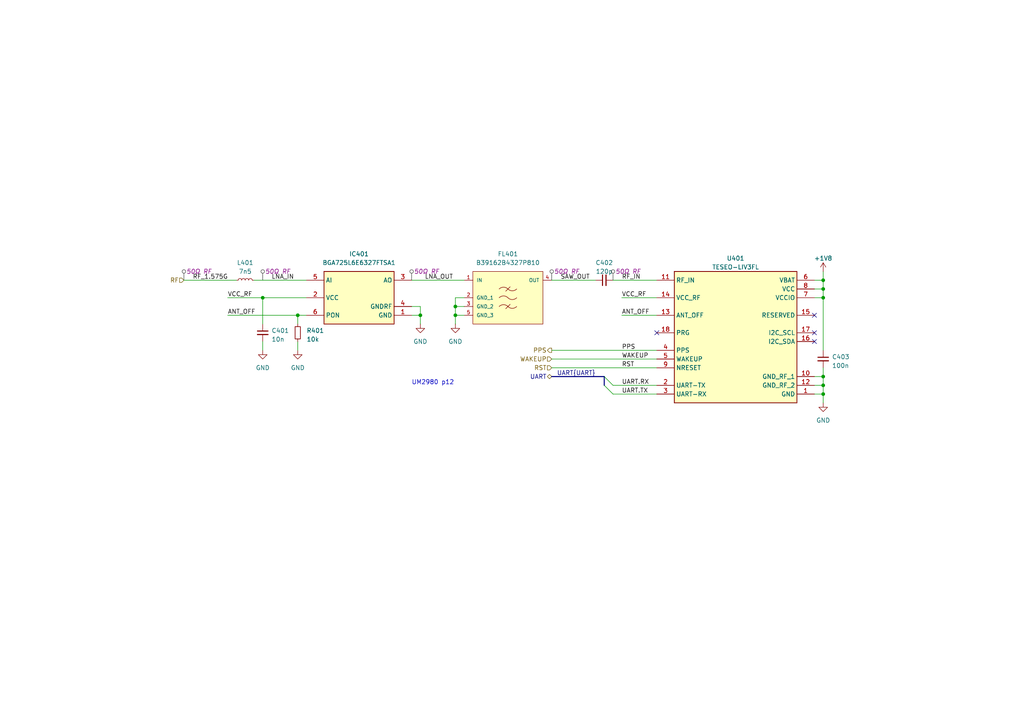
<source format=kicad_sch>
(kicad_sch (version 20231120) (generator "eeschema") (generator_version "8.0")
  (paper "A4")
  (title_block (title "Watch GNSS") (rev "1"))
  (lib_symbols
    (symbol "B39162B4327P810:B39162B4327P810" (pin_names (offset 1.016))
      (property "Reference" "FL" (at 0 7.62 0))
      (property "Value" "B39162B4327P810" (at 0 5.08 0))
      (symbol "B39162B4327P810_0_1"
        (arc (start 0 -7.6198) (mid -1.27 -7.0938) (end -2.54 -7.6198))
        (arc (start 0 -7.6198) (mid 1.27 -8.1458) (end 2.54 -7.6198))
        (arc (start 0 -5.0798) (mid -1.27 -4.5538) (end -2.54 -5.0798))
        (arc (start 0 -5.0798) (mid 1.27 -5.6058) (end 2.54 -5.0798))
        (arc (start 0 -2.5399) (mid -1.27 -2.0139) (end -2.54 -2.5399))
        (arc (start 0 -2.5399) (mid 1.27 -3.0659) (end 2.54 -2.5399))
        (polyline (pts (xy -0.635 -8.255) (xy 0.635 -6.985)))
        (polyline (pts (xy -0.635 -3.175) (xy 0.635 -1.905)))
      )
      (symbol "B39162B4327P810_1_1"
        (rectangle (start -10.16 2.54) (end 10.16 -12.7) (fill (type background)))
        (pin input line (at -12.7 0 0) (length 2.54) (name "IN") (number "1"))
        (pin power_in line (at -12.7 -5.08 0) (length 2.54) (name "GND_1") (number "2"))
        (pin power_in line (at -12.7 -7.62 0) (length 2.54) (name "GND_2") (number "3"))
        (pin output line (at 12.7 0 180) (length 2.54) (name "OUT") (number "4"))
        (pin power_in line (at -12.7 -10.16 0) (length 2.54) (name "GND_3") (number "5"))
      )
    )
    (symbol "BGA725L6E6327FTSA1:BGA725L6E6327FTSA1"
      (property "Reference" "U" (at 0 7.62 0))
      (property "Value" "BGA725L6E6327FTSA1" (at 0 5.08 0))
      (symbol "BGA725L6E6327FTSA1_1_1"
        (rectangle (start -10.16 2.54) (end 10.16 -12.7) (stroke (width 0.254)) (fill (type background)))
        (pin passive line (at 15.24 -10.16 180) (length 5.08) (name "GND") (number "1"))
        (pin passive line (at -15.24 -5.08 0) (length 5.08) (name "VCC") (number "2"))
        (pin passive line (at 15.24 0 180) (length 5.08) (name "AO") (number "3"))
        (pin passive line (at 15.24 -7.62 180) (length 5.08) (name "GNDRF") (number "4"))
        (pin passive line (at -15.24 0 0) (length 5.08) (name "AI") (number "5"))
        (pin passive line (at -15.24 -10.16 0) (length 5.08) (name "PON") (number "6"))
      )
    )
    (symbol "Device:C_Small" (pin_numbers hide) (pin_names (offset 0.254) hide)
      (property "Reference" "C" (at 0.254 1.778 0))
      (property "Value" "C_Small" (at 0.254 -2.032 0))
      (symbol "C_Small_0_1"
        (polyline (pts (xy -1.524 -0.508) (xy 1.524 -0.508)) (stroke (width 0.3302)))
        (polyline (pts (xy -1.524 0.508) (xy 1.524 0.508)) (stroke (width 0.3048)))
      )
      (symbol "C_Small_1_1"
        (pin passive line (at 0 2.54 270) (length 2.032) (name "~") (number "1"))
        (pin passive line (at 0 -2.54 90) (length 2.032) (name "~") (number "2"))
      )
    )
    (symbol "Device:L_Small" (pin_numbers hide) (pin_names (offset 0.254) hide)
      (property "Reference" "L" (at 0.762 1.016 0))
      (property "Value" "L_Small" (at 0.762 -1.016 0))
      (symbol "L_Small_0_1"
        (arc (start 0 -2.032) (mid 0.5058 -1.524) (end 0 -1.016))
        (arc (start 0 -1.016) (mid 0.5058 -0.508) (end 0 0))
        (arc (start 0 0) (mid 0.5058 0.508) (end 0 1.016))
        (arc (start 0 1.016) (mid 0.5058 1.524) (end 0 2.032))
      )
      (symbol "L_Small_1_1"
        (pin passive line (at 0 2.54 270) (length 0.508) (name "~") (number "1"))
        (pin passive line (at 0 -2.54 90) (length 0.508) (name "~") (number "2"))
      )
    )
    (symbol "Device:R_Small" (pin_numbers hide) (pin_names (offset 0.254) hide)
      (property "Reference" "R" (at 0.762 0.508 0))
      (property "Value" "R_Small" (at 0.762 -1.016 0))
      (symbol "R_Small_0_1"
        (rectangle (start -0.762 1.778) (end 0.762 -1.778) (stroke (width 0.2032)))
      )
      (symbol "R_Small_1_1"
        (pin passive line (at 0 2.54 270) (length 0.762) (name "~") (number "1"))
        (pin passive line (at 0 -2.54 90) (length 0.762) (name "~") (number "2"))
      )
    )
    (symbol "TESEO-LIV3FL:TESEO-LIV3FL"
      (property "Reference" "U" (at 0 20.32 0))
      (property "Value" "TESEO-LIV3FL" (at 0 17.78 0))
      (symbol "TESEO-LIV3FL_1_1"
        (rectangle (start -17.78 15.24) (end 17.78 -22.86) (stroke (width 0.254)) (fill (type background)))
        (pin passive line (at 22.86 -20.32 180) (length 5.08) (name "GND") (number "1"))
        (pin passive line (at 22.86 -15.24 180) (length 5.08) (name "GND_RF_1") (number "10"))
        (pin passive line (at -22.86 12.7 0) (length 5.08) (name "RF_IN") (number "11"))
        (pin passive line (at 22.86 -17.78 180) (length 5.08) (name "GND_RF_2") (number "12"))
        (pin passive line (at -22.86 2.54 0) (length 5.08) (name "ANT_OFF") (number "13"))
        (pin passive line (at -22.86 7.62 0) (length 5.08) (name "VCC_RF") (number "14"))
        (pin passive line (at 22.86 2.54 180) (length 5.08) (name "RESERVED") (number "15"))
        (pin passive line (at 22.86 -5.08 180) (length 5.08) (name "I2C_SDA") (number "16"))
        (pin passive line (at 22.86 -2.54 180) (length 5.08) (name "I2C_SCL") (number "17"))
        (pin passive line (at -22.86 -2.54 0) (length 5.08) (name "PRG") (number "18"))
        (pin passive line (at -22.86 -17.78 0) (length 5.08) (name "UART-TX") (number "2"))
        (pin passive line (at -22.86 -20.32 0) (length 5.08) (name "UART-RX") (number "3"))
        (pin passive line (at -22.86 -7.62 0) (length 5.08) (name "PPS") (number "4"))
        (pin passive line (at -22.86 -10.16 0) (length 5.08) (name "WAKEUP") (number "5"))
        (pin passive line (at 22.86 12.7 180) (length 5.08) (name "VBAT") (number "6"))
        (pin passive line (at 22.86 7.62 180) (length 5.08) (name "VCCIO") (number "7"))
        (pin passive line (at 22.86 10.16 180) (length 5.08) (name "VCC") (number "8"))
        (pin passive line (at -22.86 -12.7 0) (length 5.08) (name "NRESET") (number "9"))
      )
    )
    (symbol "power:+1V8" (power) (pin_numbers hide) (pin_names (offset 0) hide)
      (property "Value" "+1V8" (at 0 3.556 0))
      (symbol "+1V8_0_1"
        (polyline (pts (xy -0.762 1.27) (xy 0 2.54)))
        (polyline (pts (xy 0 0) (xy 0 2.54)))
        (polyline (pts (xy 0 2.54) (xy 0.762 1.27)))
      )
      (symbol "+1V8_1_1"
        (pin power_in line (at 0 0 90) (length 0) (name "~") (number "1"))
      )
    )
    (symbol "power:GND" (power) (pin_numbers hide) (pin_names (offset 0) hide)
      (property "Value" "GND" (at 0 -3.81 0))
      (symbol "GND_0_1"
        (polyline (pts (xy 0 0) (xy 0 -1.27) (xy 1.27 -1.27) (xy 0 -2.54) (xy -1.27 -1.27) (xy 0 -1.27)))
      )
      (symbol "GND_1_1"
        (pin power_in line (at 0 0 270) (length 0) (name "~") (number "1"))
      )
    )
  )
  (junction (at 121.92 91.44))
  (junction (at 238.76 81.28))
  (junction (at 76.2 86.36))
  (junction (at 238.76 114.3))
  (junction (at 238.76 111.76))
  (junction (at 238.76 86.36))
  (junction (at 86.36 91.44))
  (junction (at 238.76 83.82))
  (junction (at 132.08 88.9))
  (junction (at 238.76 109.22))
  (junction (at 132.08 91.44))
  (no_connect (at 236.22 96.52))
  (no_connect (at 236.22 91.44))
  (no_connect (at 190.5 96.52))
  (no_connect (at 236.22 99.06))
  (bus_entry (at 175.26 109.22) (size 2.54 2.54))
  (bus_entry (at 175.26 111.76) (size 2.54 2.54))
  (wire (pts (xy 134.62 91.44) (xy 132.08 91.44)))
  (wire (pts (xy 66.04 86.36) (xy 76.2 86.36)))
  (wire (pts (xy 238.76 86.36) (xy 238.76 101.6)))
  (wire (pts (xy 66.04 91.44) (xy 86.36 91.44)))
  (wire (pts (xy 132.08 88.9) (xy 134.62 88.9)))
  (wire (pts (xy 134.62 86.36) (xy 132.08 86.36)))
  (wire (pts (xy 86.36 91.44) (xy 86.36 93.98)))
  (wire (pts (xy 132.08 88.9) (xy 132.08 91.44)))
  (wire (pts (xy 238.76 83.82) (xy 238.76 86.36)))
  (wire (pts (xy 86.36 91.44) (xy 88.9 91.44)))
  (wire (pts (xy 236.22 83.82) (xy 238.76 83.82)))
  (wire (pts (xy 121.92 88.9) (xy 121.92 91.44)))
  (wire (pts (xy 238.76 114.3) (xy 236.22 114.3)))
  (wire (pts (xy 238.76 106.68) (xy 238.76 109.22)))
  (bus (pts (xy 175.26 109.22) (xy 160.02 109.22)))
  (wire (pts (xy 132.08 93.98) (xy 132.08 91.44)))
  (wire (pts (xy 160.02 81.28) (xy 172.72 81.28)))
  (wire (pts (xy 177.8 114.3) (xy 190.5 114.3)))
  (wire (pts (xy 238.76 111.76) (xy 238.76 114.3)))
  (wire (pts (xy 76.2 101.6) (xy 76.2 99.06)))
  (wire (pts (xy 53.34 81.28) (xy 68.58 81.28)))
  (wire (pts (xy 132.08 86.36) (xy 132.08 88.9)))
  (wire (pts (xy 119.38 81.28) (xy 134.62 81.28)))
  (wire (pts (xy 238.76 83.82) (xy 238.76 81.28)))
  (bus (pts (xy 175.26 109.22) (xy 175.26 111.76)))
  (wire (pts (xy 236.22 81.28) (xy 238.76 81.28)))
  (wire (pts (xy 180.34 86.36) (xy 190.5 86.36)))
  (wire (pts (xy 73.66 81.28) (xy 88.9 81.28)))
  (wire (pts (xy 76.2 86.36) (xy 88.9 86.36)))
  (wire (pts (xy 236.22 86.36) (xy 238.76 86.36)))
  (wire (pts (xy 177.8 111.76) (xy 190.5 111.76)))
  (wire (pts (xy 177.8 81.28) (xy 190.5 81.28)))
  (wire (pts (xy 160.02 106.68) (xy 190.5 106.68)))
  (wire (pts (xy 160.02 104.14) (xy 190.5 104.14)))
  (wire (pts (xy 180.34 91.44) (xy 190.5 91.44)))
  (wire (pts (xy 76.2 86.36) (xy 76.2 93.98)))
  (wire (pts (xy 238.76 116.84) (xy 238.76 114.3)))
  (wire (pts (xy 238.76 78.74) (xy 238.76 81.28)))
  (wire (pts (xy 119.38 91.44) (xy 121.92 91.44)))
  (wire (pts (xy 238.76 111.76) (xy 236.22 111.76)))
  (wire (pts (xy 238.76 109.22) (xy 236.22 109.22)))
  (wire (pts (xy 121.92 93.98) (xy 121.92 91.44)))
  (wire (pts (xy 238.76 109.22) (xy 238.76 111.76)))
  (wire (pts (xy 119.38 88.9) (xy 121.92 88.9)))
  (wire (pts (xy 160.02 101.6) (xy 190.5 101.6)))
  (wire (pts (xy 86.36 101.6) (xy 86.36 99.06)))
  (text "UM2980 p12" (at 119.38 111.76 0) (effects (font (size 1.27 1.27)) (justify left bottom)))
  (label "RF_IN" (at 180.34 81.28 0))
  (label "UART.TX" (at 180.34 114.3 0))
  (label "VCC_RF" (at 66.04 86.36 0))
  (label "ANT_OFF" (at 66.04 91.44 0))
  (label "WAKEUP" (at 180.34 104.14 0))
  (label "UART.RX" (at 180.34 111.76 0))
  (label "LNA_OUT" (at 123.19 81.28 0))
  (label "RST" (at 180.34 106.68 0))
  (label "SAW_OUT" (at 162.56 81.28 0))
  (label "LNA_IN" (at 78.74 81.28 0))
  (label "VCC_RF" (at 180.34 86.36 0))
  (label "UART{UART}" (at 172.72 109.22 180))
  (label "RF_1.575G" (at 55.88 81.28 0))
  (label "ANT_OFF" (at 180.34 91.44 0))
  (label "PPS" (at 180.34 101.6 0))
  (hierarchical_label "RST" (shape input) (at 160.02 106.68 180))
  (hierarchical_label "UART" (shape bidirectional) (at 160.02 109.22 180) (property "DSI" "DSI" (effects (hide yes))))
  (hierarchical_label "RF" (shape input) (at 53.34 81.28 180))
  (hierarchical_label "PPS" (shape output) (at 160.02 101.6 180))
  (hierarchical_label "WAKEUP" (shape input) (at 160.02 104.14 180))
  (netclass_flag "" (length 2.54) (shape round) (at 53.34 81.28 0) (property "Netclass" "50Ω RF" (at 54.0385 78.74 0) (effects (font (italic yes)) (justify left))))
  (netclass_flag "" (length 2.54) (shape round) (at 160.02 81.28 0) (property "Netclass" "50Ω RF" (at 160.7185 78.74 0) (effects (font (italic yes)) (justify left))))
  (netclass_flag "" (length 2.54) (shape round) (at 177.8 81.28 0) (property "Netclass" "50Ω RF" (at 178.4985 78.74 0) (effects (font (italic yes)) (justify left))))
  (netclass_flag "" (length 2.54) (shape round) (at 76.2 81.28 0) (property "Netclass" "50Ω RF" (at 76.8985 78.74 0) (effects (font (italic yes)) (justify left))))
  (netclass_flag "" (length 2.54) (shape round) (at 119.38 81.28 0) (property "Netclass" "50Ω RF" (at 120.0785 78.74 0) (effects (font (italic yes)) (justify left))))
  (symbol (lib_id "BGA725L6E6327FTSA1:BGA725L6E6327FTSA1") (at 104.14 81.28 0) (unit 1)
    (property "Reference" "IC401" (at 104.14 73.66 0))
    (property "Value" "BGA725L6E6327FTSA1" (at 104.14 76.2 0))
    (property "Footprint" "watch_footprints:BGS12SN6E6327XTSA1" (effects (hide yes)))
    (property "Datasheet" "https://www.infineon.com/dgdl/Infineon-BGA725L6-DS-v02_00-en.pdf?fileId=db3a30433784a0400137ef9a4d341f23" (effects (hide yes)))
    (property "Description" "INFINEON - BGA725L6E6327FTSA1 - RF AMP, 20DB, 1.615GHZ, 3.6V, TSLP-6" (effects (hide yes)))
    (property "Mouser Part Number" "726-BGA725L6E6327FTS" (effects (hide yes)))
    (property "Mouser Price/Stock" "https://www.mouser.co.uk/ProductDetail/Infineon-Technologies/BGA725L6E6327FTSA1?qs=4MqXaUMeF57lT69yR2PUGQ%3D%3D" (effects (hide yes)))
    (property "Manufacturer_Name" "Infineon" (effects (hide yes)))
    (property "Manufacturer_Part_Number" "BGA725L6E6327FTSA1" (effects (hide yes)))
  )
  (symbol (lib_id "Device:L_Small") (at 71.12 81.28 90) (unit 1)
    (property "Reference" "L401" (at 71.12 76.2 90))
    (property "Value" "7n5" (at 71.12 78.74 90))
    (property "Footprint" "Inductor_SMD:L_0402_1005Metric" (effects (hide yes)))
    (property "Description" "Inductor, small symbol" (effects (hide yes)))
  )
  (symbol (lib_id "Device:C_Small") (at 175.26 81.28 90) (unit 1)
    (property "Reference" "C402" (at 175.2663 76.2 90))
    (property "Value" "120p" (at 175.2663 78.74 90))
    (property "Footprint" "Capacitor_SMD:C_0402_1005Metric" (effects (hide yes)))
    (property "Description" "Unpolarized capacitor, small symbol" (effects (hide yes)))
  )
  (symbol (lib_id "B39162B4327P810:B39162B4327P810") (at 147.32 81.28 0) (unit 1)
    (property "Reference" "FL401" (at 147.32 73.66 0))
    (property "Value" "B39162B4327P810" (at 147.32 76.2 0))
    (property "Footprint" "watch_footprints:B39162B4327P810" (effects (hide yes)))
    (property "Datasheet" "https://en.rf360jv.com/inf/40/ds/ae/B4327.pdf" (effects (hide yes)))
    (property "automotive" "Yes" (effects (hide yes)))
    (property "category" "Filter" (effects (hide yes)))
    (property "device class L1" "Passive Components" (effects (hide yes)))
    (property "device class L2" "EMI / RFI Components" (effects (hide yes)))
    (property "device class L3" "SAW" (effects (hide yes)))
    (property "digikey description" "FILTER SAW 5SMD" (effects (hide yes)))
    (property "digikey part number" "495-7424-1-ND" (effects (hide yes)))
    (property "filter type" "Band Pass" (effects (hide yes)))
    (property "footprint url" "https://en.rf360jv.com/inf/40/ds/ae/B4347.pdf" (effects (hide yes)))
    (property "frequency" "1582.4MHz" (effects (hide yes)))
    (property "height" "0.45mm" (effects (hide yes)))
    (property "insertion loss" "1.4-2dB" (effects (hide yes)))
    (property "lead free" "Yes" (effects (hide yes)))
    (property "library id" "489d075a20db7205" (effects (hide yes)))
    (property "manufacturer" "RF360 Holdings" (effects (hide yes)))
    (property "mouser part number" "871-B39162B4327P810" (effects (hide yes)))
    (property "package" "SAW_FILTER_SMT_1MM1_1MM4" (effects (hide yes)))
    (property "rohs" "Yes" (effects (hide yes)))
    (property "temperature range high" "+85°C" (effects (hide yes)))
    (property "temperature range low" "-40°C" (effects (hide yes)))
  )
  (symbol (lib_id "Device:C_Small") (at 76.2 96.52 0) (unit 1)
    (property "Reference" "C401" (at 78.74 95.8913 0) (effects (justify left)))
    (property "Value" "10n" (at 78.74 98.4313 0) (effects (justify left)))
    (property "Footprint" "Capacitor_SMD:C_0402_1005Metric" (effects (hide yes)))
    (property "Description" "Unpolarized capacitor, small symbol" (effects (hide yes)))
  )
  (symbol (lib_id "TESEO-LIV3FL:TESEO-LIV3FL") (at 213.36 93.98 0) (unit 1)
    (property "Reference" "U401" (at 213.36 74.93 0))
    (property "Value" "TESEO-LIV3FL" (at 213.36 77.47 0))
    (property "Footprint" "watch_footprints:TESEOLIV3FL" (effects (hide yes)))
    (property "Datasheet" "https://www.st.com/resource/en/datasheet/teseo-liv3fl.pdf" (effects (hide yes)))
    (property "Description" "Tiny GNSS multi-bands module LCC-18 -40 C  85 C " (effects (hide yes)))
    (property "Height" "2.3" (effects (hide yes)))
    (property "Mouser Part Number" "511-TESEO-LIV4FTR" (effects (hide yes)))
    (property "Mouser Price/Stock" "https://www.mouser.co.uk/ProductDetail/STMicroelectronics/TESEO-LIV4FTR?qs=By6Nw2ByBD3%252BjjBvGBu5LQ%3D%3D" (effects (hide yes)))
    (property "Manufacturer_Name" "STMicroelectronics" (effects (hide yes)))
    (property "Manufacturer_Part_Number" "TESEO-LIV4FTR" (effects (hide yes)))
  )
  (symbol (lib_id "power:GND") (at 86.36 101.6 0) (unit 1)
    (property "Reference" "#PWR0402" (effects (hide yes)))
    (property "Value" "GND" (at 86.36 106.68 0))
    (property "Description" "Power symbol creates a global label with name \"GND\" , ground" (effects (hide yes)))
  )
  (symbol (lib_id "Device:C_Small") (at 238.76 104.14 0) (unit 1)
    (property "Reference" "C403" (at 241.3 103.5113 0) (effects (justify left)))
    (property "Value" "100n" (at 241.3 106.0513 0) (effects (justify left)))
    (property "Footprint" "Capacitor_SMD:C_0402_1005Metric" (effects (hide yes)))
    (property "Description" "Unpolarized capacitor, small symbol" (effects (hide yes)))
  )
  (symbol (lib_id "power:GND") (at 132.08 93.98 0) (unit 1)
    (property "Reference" "#PWR0404" (effects (hide yes)))
    (property "Value" "GND" (at 132.08 99.06 0))
    (property "Description" "Power symbol creates a global label with name \"GND\" , ground" (effects (hide yes)))
  )
  (symbol (lib_id "power:GND") (at 238.76 116.84 0) (unit 1)
    (property "Reference" "#PWR0406" (effects (hide yes)))
    (property "Value" "GND" (at 238.76 121.92 0))
    (property "Description" "Power symbol creates a global label with name \"GND\" , ground" (effects (hide yes)))
  )
  (symbol (lib_id "power:+1V8") (at 238.76 78.74 0) (unit 1)
    (property "Reference" "#PWR0405" (effects (hide yes)))
    (property "Value" "+1V8" (at 238.76 74.93 0))
    (property "Description" "Power symbol creates a global label with name \"+1V8\"" (effects (hide yes)))
  )
  (symbol (lib_id "power:GND") (at 76.2 101.6 0) (unit 1)
    (property "Reference" "#PWR0401" (effects (hide yes)))
    (property "Value" "GND" (at 76.2 106.68 0))
    (property "Description" "Power symbol creates a global label with name \"GND\" , ground" (effects (hide yes)))
  )
  (symbol (lib_id "power:GND") (at 121.92 93.98 0) (unit 1)
    (property "Reference" "#PWR0403" (effects (hide yes)))
    (property "Value" "GND" (at 121.92 99.06 0))
    (property "Description" "Power symbol creates a global label with name \"GND\" , ground" (effects (hide yes)))
  )
  (symbol (lib_id "Device:R_Small") (at 86.36 96.52 0) (mirror y) (unit 1)
    (property "Reference" "R401" (at 88.9 95.885 0) (effects (justify right)))
    (property "Value" "10k" (at 88.9 98.425 0) (effects (justify right)))
    (property "Footprint" "Resistor_SMD:R_0402_1005Metric" (effects (hide yes)))
    (property "Description" "Resistor, small symbol" (effects (hide yes)))
  )
)
</source>
